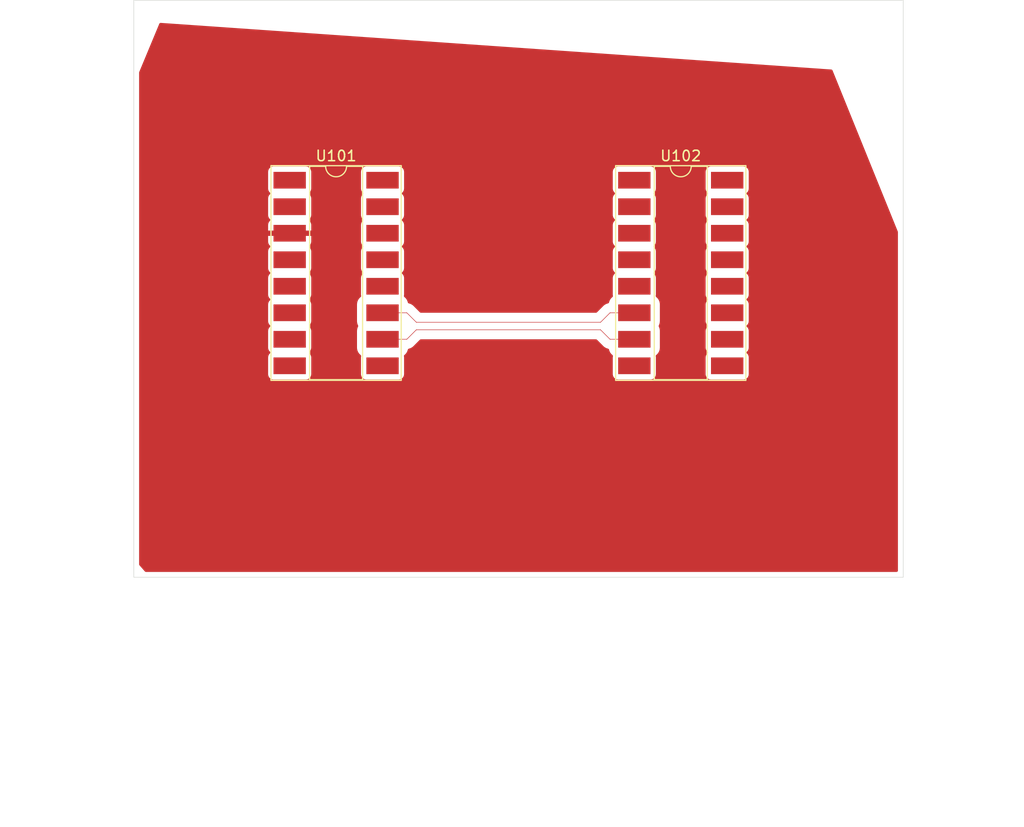
<source format=kicad_pcb>
(kicad_pcb (version 20210228) (generator pcbnew)
  (layers (0 "F.Cu" signal) (31 "B.Cu" signal) (34 "B.Paste" user) (35 "F.Paste" user) (36 "B.SilkS" user "B.Silkscreen") (37 "F.SilkS" user "F.Silkscreen") (38 "B.Mask" user) (39 "F.Mask" user) (44 "Edge.Cuts" user))
  (net 0 "")
  (net 4 "/asdf_N")
  (net 11 "unconnected-(U101-Pad3)")
  (net 21 "/asdf_P")
  (footprint "Package_DIP:DIP-16_W8.89mm_SMDSocket_LongPads" (layer "F.Cu") (at 94.6 60)
    (fp_text reference "U101" (at 0 -11.22) (layer "F.SilkS"))
    (fp_text value "4021")
    (fp_line (start 2.535 10.22) (end 2.535 -10.22) (layer "F.SilkS") (width 0.12))
    (fp_line (start -1 -10.22) (end -2.535 -10.22) (layer "F.SilkS") (width 0.12))
    (fp_line (start 6.235 10.28) (end 6.235 -10.28) (layer "F.SilkS") (width 0.12))
    (fp_line (start 2.535 -10.22) (end 1 -10.22) (layer "F.SilkS") (width 0.12))
    (fp_line (start -6.235 -10.28) (end -6.235 10.28) (layer "F.SilkS") (width 0.12))
    (fp_line (start -6.235 10.28) (end 6.235 10.28) (layer "F.SilkS") (width 0.12))
    (fp_line (start -2.535 10.22) (end 2.535 10.22) (layer "F.SilkS") (width 0.12))
    (fp_line (start 6.235 -10.28) (end -6.235 -10.28) (layer "F.SilkS") (width 0.12))
    (fp_line (start -2.535 -10.22) (end -2.535 10.22) (layer "F.SilkS") (width 0.12))
    (fp_arc (start 0 -10.22) (end -1 -10.22) (angle -180) (layer "F.SilkS") (width 0.12))
    (pad "1" smd rect (at -4.445 -8.89) (size 3.1 1.6) (layers "F.Cu" "F.Paste" "F.Mask"))
    (pad "2" smd rect (at -4.445 -6.35) (size 3.1 1.6) (layers "F.Cu" "F.Paste" "F.Mask"))
    (pad "3" smd rect (at -4.445 -3.81) (size 3.1 1.6) (layers "F.Cu" "F.Paste" "F.Mask") (net 11 "unconnected-(U101-Pad3)"))
    (pad "4" smd rect (at -4.445 -1.27) (size 3.1 1.6) (layers "F.Cu" "F.Paste" "F.Mask"))
    (pad "5" smd rect (at -4.445 1.27) (size 3.1 1.6) (layers "F.Cu" "F.Paste" "F.Mask"))
    (pad "6" smd rect (at -4.445 3.81) (size 3.1 1.6) (layers "F.Cu" "F.Paste" "F.Mask"))
    (pad "7" smd rect (at -4.445 6.35) (size 3.1 1.6) (layers "F.Cu" "F.Paste" "F.Mask"))
    (pad "8" smd rect (at -4.445 8.89) (size 3.1 1.6) (layers "F.Cu" "F.Paste" "F.Mask"))
    (pad "9" smd rect (at 4.445 8.89) (size 3.1 1.6) (layers "F.Cu" "F.Paste" "F.Mask"))
    (pad "10" smd rect (at 4.445 6.35) (size 3.1 1.6) (layers "F.Cu" "F.Paste" "F.Mask") (net 21 "/asdf_P"))
    (pad "11" smd rect (at 4.445 3.81) (size 3.1 1.6) (layers "F.Cu" "F.Paste" "F.Mask") (net 4 "/asdf_N"))
    (pad "12" smd rect (at 4.445 1.27) (size 3.1 1.6) (layers "F.Cu" "F.Paste" "F.Mask"))
    (pad "13" smd rect (at 4.445 -1.27) (size 3.1 1.6) (layers "F.Cu" "F.Paste" "F.Mask"))
    (pad "14" smd rect (at 4.445 -3.81) (size 3.1 1.6) (layers "F.Cu" "F.Paste" "F.Mask"))
    (pad "15" smd rect (at 4.445 -6.35) (size 3.1 1.6) (layers "F.Cu" "F.Paste" "F.Mask"))
    (pad "16" smd rect (at 4.445 -8.89) (size 3.1 1.6) (layers "F.Cu" "F.Paste" "F.Mask"))
  )
  (footprint "Package_DIP:DIP-16_W8.89mm_SMDSocket_LongPads" (layer "F.Cu") (at 127.6 60)
    (fp_text reference "U102" (at 0 -11.22) (layer "F.SilkS"))
    (fp_text value "4021")
    (fp_line (start -2.535 -10.22) (end -2.535 10.22) (layer "F.SilkS") (width 0.12))
    (fp_line (start -6.235 -10.28) (end -6.235 10.28) (layer "F.SilkS") (width 0.12))
    (fp_line (start -2.535 10.22) (end 2.535 10.22) (layer "F.SilkS") (width 0.12))
    (fp_line (start 2.535 10.22) (end 2.535 -10.22) (layer "F.SilkS") (width 0.12))
    (fp_line (start 2.535 -10.22) (end 1 -10.22) (layer "F.SilkS") (width 0.12))
    (fp_line (start -6.235 10.28) (end 6.235 10.28) (layer "F.SilkS") (width 0.12))
    (fp_line (start 6.235 -10.28) (end -6.235 -10.28) (layer "F.SilkS") (width 0.12))
    (fp_line (start -1 -10.22) (end -2.535 -10.22) (layer "F.SilkS") (width 0.12))
    (fp_line (start 6.235 10.28) (end 6.235 -10.28) (layer "F.SilkS") (width 0.12))
    (fp_arc (start 0 -10.22) (end -1 -10.22) (angle -180) (layer "F.SilkS") (width 0.12))
    (pad "1" smd rect (at -4.445 -8.89) (size 3.1 1.6) (layers "F.Cu" "F.Paste" "F.Mask"))
    (pad "2" smd rect (at -4.445 -6.35) (size 3.1 1.6) (layers "F.Cu" "F.Paste" "F.Mask"))
    (pad "3" smd rect (at -4.445 -3.81) (size 3.1 1.6) (layers "F.Cu" "F.Paste" "F.Mask"))
    (pad "4" smd rect (at -4.445 -1.27) (size 3.1 1.6) (layers "F.Cu" "F.Paste" "F.Mask"))
    (pad "5" smd rect (at -4.445 1.27) (size 3.1 1.6) (layers "F.Cu" "F.Paste" "F.Mask"))
    (pad "6" smd rect (at -4.445 3.81) (size 3.1 1.6) (layers "F.Cu" "F.Paste" "F.Mask") (net 4 "/asdf_N"))
    (pad "7" smd rect (at -4.445 6.35) (size 3.1 1.6) (layers "F.Cu" "F.Paste" "F.Mask") (net 21 "/asdf_P"))
    (pad "8" smd rect (at -4.445 8.89) (size 3.1 1.6) (layers "F.Cu" "F.Paste" "F.Mask"))
    (pad "9" smd rect (at 4.445 8.89) (size 3.1 1.6) (layers "F.Cu" "F.Paste" "F.Mask"))
    (pad "10" smd rect (at 4.445 6.35) (size 3.1 1.6) (layers "F.Cu" "F.Paste" "F.Mask"))
    (pad "11" smd rect (at 4.445 3.81) (size 3.1 1.6) (layers "F.Cu" "F.Paste" "F.Mask"))
    (pad "12" smd rect (at 4.445 1.27) (size 3.1 1.6) (layers "F.Cu" "F.Paste" "F.Mask"))
    (pad "13" smd rect (at 4.445 -1.27) (size 3.1 1.6) (layers "F.Cu" "F.Paste" "F.Mask"))
    (pad "14" smd rect (at 4.445 -3.81) (size 3.1 1.6) (layers "F.Cu" "F.Paste" "F.Mask"))
    (pad "15" smd rect (at 4.445 -6.35) (size 3.1 1.6) (layers "F.Cu" "F.Paste" "F.Mask"))
    (pad "16" smd rect (at 4.445 -8.89) (size 3.1 1.6) (layers "F.Cu" "F.Paste" "F.Mask"))
  )
  (gr_rect (start 75.23 33.87) (end 148.9 89.15) (layer "Edge.Cuts") (width 0.05) (fill none))
  (segment (start 101.370001 63.81) (end 102.282001 64.722) (width 0.05) (layer "F.Cu") (net 4))
  (segment (start 99.045 63.81) (end 101.370001 63.81) (width 0.05) (layer "F.Cu") (net 4))
  (segment (start 120.829999 63.81) (end 123.155 63.81) (width 0.05) (layer "F.Cu") (net 4))
  (segment (start 102.282001 64.722) (end 119.917999 64.722) (width 0.05) (layer "F.Cu") (net 4))
  (segment (start 119.917999 64.722) (end 120.829999 63.81) (width 0.05) (layer "F.Cu") (net 4))
  (segment (start 99.045 66.35) (end 101.370001 66.35) (width 0.05) (layer "F.Cu") (net 21))
  (segment (start 101.370001 66.35) (end 102.282001 65.438) (width 0.05) (layer "F.Cu") (net 21))
  (segment (start 120.829999 66.35) (end 123.155 66.35) (width 0.05) (layer "F.Cu") (net 21))
  (segment (start 119.917999 65.438) (end 120.829999 66.35) (width 0.05) (layer "F.Cu") (net 21))
  (segment (start 102.282001 65.438) (end 119.917999 65.438) (width 0.05) (layer "F.Cu") (net 21))
  (zone (net 11) (net_name "unconnected-(U101-Pad3)") (layer "F.Cu") (connect_pads (clearance 0.508)) (min_thickness 0.254) (fill yes (thermal_gap 0.508) (thermal_bridge_width 0.508))
    (polygon (pts (xy 142.1 40.51) (xy 160.48 85.91) (xy 97.78 113.09) (xy 62.42 72.78) (xy 77.71 36.03)))
  )
)
</source>
